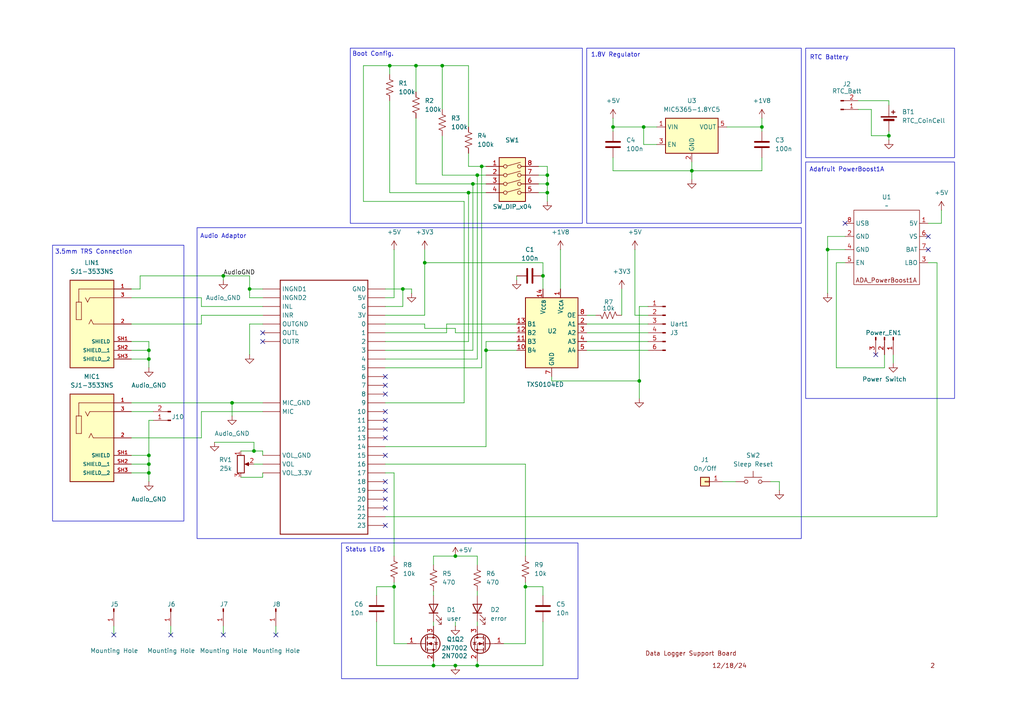
<source format=kicad_sch>
(kicad_sch (version 20250114) (generator "eeschema") (generator_version "9.0")
  (paper "A4")
  (lib_symbols
    (symbol "Audio:SJ1-3533NS" (pin_names (offset 1.016))
      (property "Reference" "J" (at -7.7005 10.9756 0))
      (property "Value" "SJ1-3533NS" (at -7.6873 -17.8265 0))
      (symbol "SJ1-3533NS_0_0"
        (pin passive line (at 10.16 7.62 180) (length 5.08) (name "~") (number "1"))
        (pin passive line (at 10.16 5.08 180) (length 5.08) (name "~") (number "3"))
        (pin passive line (at 10.16 -2.54 180) (length 5.08) (name "~") (number "2"))
        (pin passive line (at 10.16 -7.62 180) (length 5.08) (name "SHIELD") (number "SH1"))
        (pin passive line (at 10.16 -10.16 180) (length 5.08) (name "SHIELD__1") (number "SH2"))
        (pin passive line (at 10.16 -12.7 180) (length 5.08) (name "SHIELD__2") (number "SH3"))
      )
    )
    (symbol "Connector:Conn_01x01_Pin" (pin_names (offset 1.016) (hide yes))
      (property "Reference" "J" (at 0 2.54 0))
      (property "Value" "Conn_01x01_Pin" (at 0 -2.54 0))
      (symbol "Conn_01x01_Pin_1_1"
        (pin passive line (at 5.08 0 180) (length 3.81) (name "Pin_1") (number "1"))
      )
    )
    (symbol "Connector:Conn_01x02_Pin" (pin_names (offset 1.016) (hide yes))
      (property "Reference" "J" (at 0 2.54 0))
      (property "Value" "Conn_01x02_Pin" (at 0 -5.08 0))
      (symbol "Conn_01x02_Pin_1_1"
        (pin passive line (at 5.08 0 180) (length 3.81) (name "Pin_1") (number "1"))
        (pin passive line (at 5.08 -2.54 180) (length 3.81) (name "Pin_2") (number "2"))
      )
    )
    (symbol "Connector:Conn_01x03_Pin" (pin_names (offset 1.016) (hide yes))
      (property "Reference" "J" (at 0 5.08 0))
      (property "Value" "Conn_01x03_Pin" (at 0 -5.08 0))
      (symbol "Conn_01x03_Pin_1_1"
        (pin passive line (at 5.08 2.54 180) (length 3.81) (name "Pin_1") (number "1"))
        (pin passive line (at 5.08 0 180) (length 3.81) (name "Pin_2") (number "2"))
        (pin passive line (at 5.08 -2.54 180) (length 3.81) (name "Pin_3") (number "3"))
      )
    )
    (symbol "Connector:Conn_01x06_Pin" (pin_names (offset 1.016) (hide yes))
      (property "Reference" "J" (at 0 7.62 0))
      (property "Value" "Conn_01x06_Pin" (at 0 -10.16 0))
      (symbol "Conn_01x06_Pin_1_1"
        (pin passive line (at 5.08 5.08 180) (length 3.81) (name "Pin_1") (number "1"))
        (pin passive line (at 5.08 2.54 180) (length 3.81) (name "Pin_2") (number "2"))
        (pin passive line (at 5.08 0 180) (length 3.81) (name "Pin_3") (number "3"))
        (pin passive line (at 5.08 -2.54 180) (length 3.81) (name "Pin_4") (number "4"))
        (pin passive line (at 5.08 -5.08 180) (length 3.81) (name "Pin_5") (number "5"))
        (pin passive line (at 5.08 -7.62 180) (length 3.81) (name "Pin_6") (number "6"))
      )
    )
    (symbol "Connector_Generic:Conn_01x01" (pin_names (offset 1.016) (hide yes))
      (property "Reference" "J" (at 0 2.54 0))
      (property "Value" "Conn_01x01" (at 0 -2.54 0))
      (symbol "Conn_01x01_1_1"
        (pin passive line (at -5.08 0 0) (length 3.81) (name "Pin_1") (number "1"))
      )
    )
    (symbol "Dev_Boards:AUDIOSHIELD"
      (symbol "AUDIOSHIELD_1_0"
        (pin bidirectional line (at -17.78 35.56 0) (length 5.08) (name "GND") (number "GND"))
        (pin bidirectional line (at -17.78 33.02 0) (length 5.08) (name "5V") (number "5V"))
        (pin bidirectional line (at -17.78 30.48 0) (length 5.08) (name "G") (number "G"))
        (pin bidirectional line (at -17.78 27.94 0) (length 5.08) (name "3V") (number "3V"))
        (pin bidirectional line (at -17.78 25.4 0) (length 5.08) (name "0") (number "0"))
        (pin bidirectional line (at -17.78 22.86 0) (length 5.08) (name "1") (number "1"))
        (pin bidirectional line (at -17.78 20.32 0) (length 5.08) (name "2") (number "2"))
        (pin bidirectional line (at -17.78 17.78 0) (length 5.08) (name "3") (number "3"))
        (pin bidirectional line (at -17.78 15.24 0) (length 5.08) (name "4") (number "4"))
        (pin bidirectional line (at -17.78 12.7 0) (length 5.08) (name "5") (number "5"))
        (pin bidirectional line (at -17.78 10.16 0) (length 5.08) (name "6") (number "6"))
        (pin bidirectional line (at -17.78 7.62 0) (length 5.08) (name "7") (number "7"))
        (pin bidirectional line (at -17.78 5.08 0) (length 5.08) (name "8") (number "8"))
        (pin bidirectional line (at -17.78 2.54 0) (length 5.08) (name "9") (number "9"))
        (pin bidirectional line (at -17.78 0 0) (length 5.08) (name "10") (number "10"))
        (pin bidirectional line (at -17.78 -2.54 0) (length 5.08) (name "11") (number "11"))
        (pin bidirectional line (at -17.78 -5.08 0) (length 5.08) (name "12") (number "12"))
        (pin bidirectional line (at -17.78 -7.62 0) (length 5.08) (name "13") (number "13"))
        (pin bidirectional line (at -17.78 -10.16 0) (length 5.08) (name "14") (number "14"))
        (pin bidirectional line (at -17.78 -12.7 0) (length 5.08) (name "15") (number "15"))
        (pin bidirectional line (at -17.78 -15.24 0) (length 5.08) (name "16") (number "16"))
        (pin bidirectional line (at -17.78 -17.78 0) (length 5.08) (name "17") (number "17"))
        (pin bidirectional line (at -17.78 -20.32 0) (length 5.08) (name "18") (number "18"))
        (pin bidirectional line (at -17.78 -22.86 0) (length 5.08) (name "19") (number "19"))
        (pin bidirectional line (at -17.78 -25.4 0) (length 5.08) (name "20") (number "20"))
        (pin bidirectional line (at -17.78 -27.94 0) (length 5.08) (name "21") (number "21"))
        (pin bidirectional line (at -17.78 -30.48 0) (length 5.08) (name "22") (number "22"))
        (pin bidirectional line (at -17.78 -33.02 0) (length 5.08) (name "23") (number "23"))
        (pin bidirectional line (at 17.78 35.56 180) (length 5.08) (name "INGND1") (number "INGND1"))
        (pin bidirectional line (at 17.78 33.02 180) (length 5.08) (name "INGND2") (number "INGND2"))
        (pin input line (at 17.78 30.48 180) (length 5.08) (name "INL") (number "INL"))
        (pin input line (at 17.78 27.94 180) (length 5.08) (name "INR") (number "INR"))
        (pin bidirectional line (at 17.78 25.4 180) (length 5.08) (name "OUTGND") (number "OUTGND"))
        (pin output line (at 17.78 22.86 180) (length 5.08) (name "OUTL") (number "OUTL"))
        (pin output line (at 17.78 20.32 180) (length 5.08) (name "OUTR") (number "OUTR"))
        (pin bidirectional line (at 17.78 2.54 180) (length 5.08) (name "MIC_GND") (number "GND_MIC"))
        (pin input line (at 17.78 0 180) (length 5.08) (name "MIC") (number "MIC"))
        (pin bidirectional line (at 17.78 -12.7 180) (length 5.08) (name "VOL_GND") (number "VOL_GND"))
        (pin input line (at 17.78 -15.24 180) (length 5.08) (name "VOL") (number "VOL"))
        (pin bidirectional line (at 17.78 -17.78 180) (length 5.08) (name "VOL_3.3V") (number "VOL_3.3V"))
      )
    )
    (symbol "Dev_Boards:Ada_PWRboost1A"
      (property "Reference" "U" (at 1.016 8.89 0))
      (symbol "Ada_PWRboost1A_1_1"
        (text "ADA_PowerBoost1A" (at 1.778 -12.7 0) (effects (font (size 1.27 1.27))))
        (pin power_in line (at -10.16 3.81 0) (length 2.54) (name "USB") (number "8"))
        (pin power_in line (at -10.16 0 0) (length 2.54) (name "GND") (number "2"))
        (pin power_in line (at -10.16 -3.81 0) (length 2.54) (name "GND") (number "4"))
        (pin input line (at -10.16 -7.62 0) (length 2.54) (name "EN") (number "5"))
        (pin power_out line (at 13.97 3.81 180) (length 2.54) (name "5V") (number "1"))
        (pin power_out line (at 13.97 0 180) (length 2.54) (name "VS") (number "6"))
        (pin power_out line (at 13.97 -3.81 180) (length 2.54) (name "BAT") (number "7"))
        (pin output line (at 13.97 -7.62 180) (length 2.54) (name "LBO") (number "3"))
      )
    )
    (symbol "Device:Battery_Cell" (pin_numbers (hide yes)) (pin_names (offset 0) (hide yes))
      (property "Reference" "BT" (at 2.54 2.54 0))
      (property "Value" "Battery_Cell" (at 2.54 0 0))
      (symbol "Battery_Cell_1_1"
        (pin passive line (at 0 5.08 270) (length 2.54) (name "+") (number "1"))
        (pin passive line (at 0 -2.54 90) (length 2.54) (name "-") (number "2"))
      )
    )
    (symbol "Device:C" (pin_numbers (hide yes)) (pin_names (offset 0.254))
      (property "Reference" "C" (at 0.635 2.54 0))
      (property "Value" "C" (at 0.635 -2.54 0))
      (symbol "C_1_1"
        (pin passive line (at 0 3.81 270) (length 2.794) (name "~") (number "1"))
        (pin passive line (at 0 -3.81 90) (length 2.794) (name "~") (number "2"))
      )
    )
    (symbol "Device:LED" (pin_numbers (hide yes)) (pin_names (offset 1.016) (hide yes))
      (property "Reference" "D" (at 0 2.54 0))
      (property "Value" "LED" (at 0 -2.54 0))
      (symbol "LED_1_1"
        (pin passive line (at -3.81 0 0) (length 2.54) (name "K") (number "1"))
        (pin passive line (at 3.81 0 180) (length 2.54) (name "A") (number "2"))
      )
    )
    (symbol "Device:R_Potentiometer" (pin_names (offset 1.016) (hide yes))
      (property "Reference" "RV" (at -4.445 0 90))
      (property "Value" "R_Potentiometer" (at -2.54 0 90))
      (symbol "R_Potentiometer_1_1"
        (pin passive line (at 0 3.81 270) (length 1.27) (name "1") (number "1"))
        (pin passive line (at 0 -3.81 90) (length 1.27) (name "3") (number "3"))
        (pin passive line (at 3.81 0 180) (length 1.27) (name "2") (number "2"))
      )
    )
    (symbol "Device:R_US" (pin_numbers (hide yes)) (pin_names (offset 0))
      (property "Reference" "R" (at 2.54 0 90))
      (property "Value" "R_US" (at -2.54 0 90))
      (symbol "R_US_1_1"
        (pin passive line (at 0 3.81 270) (length 1.27) (name "~") (number "1"))
        (pin passive line (at 0 -3.81 90) (length 1.27) (name "~") (number "2"))
      )
    )
    (symbol "Logic_LevelTranslator:TXS0104ED"
      (property "Reference" "U" (at -7.62 11.43 0))
      (property "Value" "TXS0104ED" (at 3.81 11.43 0))
      (symbol "TXS0104ED_1_0"
        (pin no_connect line (at -7.62 -7.62 0) (length 2.54) (hide yes) (name "NC") (number "6"))
        (pin no_connect line (at 7.62 -7.62 180) (length 2.54) (hide yes) (name "NC") (number "9"))
      )
      (symbol "TXS0104ED_1_1"
        (pin input line (at -10.16 5.08 0) (length 2.54) (name "OE") (number "8"))
        (pin bidirectional line (at -10.16 2.54 0) (length 2.54) (name "A1") (number "2"))
        (pin bidirectional line (at -10.16 0 0) (length 2.54) (name "A2") (number "3"))
        (pin bidirectional line (at -10.16 -2.54 0) (length 2.54) (name "A3") (number "4"))
        (pin bidirectional line (at -10.16 -5.08 0) (length 2.54) (name "A4") (number "5"))
        (pin power_in line (at -2.54 12.7 270) (length 2.54) (name "V_{CCA}") (number "1"))
        (pin power_in line (at 0 -12.7 90) (length 2.54) (name "GND") (number "7"))
        (pin power_in line (at 2.54 12.7 270) (length 2.54) (name "V_{CCB}") (number "14"))
        (pin bidirectional line (at 10.16 2.54 180) (length 2.54) (name "B1") (number "13"))
        (pin bidirectional line (at 10.16 0 180) (length 2.54) (name "B2") (number "12"))
        (pin bidirectional line (at 10.16 -2.54 180) (length 2.54) (name "B3") (number "11"))
        (pin bidirectional line (at 10.16 -5.08 180) (length 2.54) (name "B4") (number "10"))
      )
    )
    (symbol "Regulator_Linear:MIC5365-3.3YC5"
      (property "Reference" "U" (at -6.35 6.35 0))
      (property "Value" "MIC5365-3.3YC5" (at 0 6.35 0))
      (symbol "MIC5365-3.3YC5_1_1"
        (pin power_in line (at -10.16 2.54 0) (length 2.54) (name "VIN") (number "1"))
        (pin input line (at -10.16 -2.54 0) (length 2.54) (name "EN") (number "3"))
        (pin power_in line (at 0 -7.62 90) (length 2.54) (name "GND") (number "2"))
        (pin no_connect line (at 7.62 -2.54 180) (length 2.54) (hide yes) (name "NC") (number "4"))
        (pin power_out line (at 10.16 2.54 180) (length 2.54) (name "VOUT") (number "5"))
      )
    )
    (symbol "Switch:SW_DIP_x04" (pin_names (offset 0) (hide yes))
      (property "Reference" "SW" (at 0 8.89 0))
      (property "Value" "SW_DIP_x04" (at 0 -6.35 0))
      (symbol "SW_DIP_x04_1_1"
        (pin passive line (at -7.62 5.08 0) (length 5.08) (name "~") (number "1"))
        (pin passive line (at -7.62 2.54 0) (length 5.08) (name "~") (number "2"))
        (pin passive line (at -7.62 0 0) (length 5.08) (name "~") (number "3"))
        (pin passive line (at -7.62 -2.54 0) (length 5.08) (name "~") (number "4"))
        (pin passive line (at 7.62 5.08 180) (length 5.08) (name "~") (number "8"))
        (pin passive line (at 7.62 2.54 180) (length 5.08) (name "~") (number "7"))
        (pin passive line (at 7.62 0 180) (length 5.08) (name "~") (number "6"))
        (pin passive line (at 7.62 -2.54 180) (length 5.08) (name "~") (number "5"))
      )
    )
    (symbol "Switch:SW_Push" (pin_numbers (hide yes)) (pin_names (offset 1.016) (hide yes))
      (property "Reference" "SW" (at 1.27 2.54 0))
      (property "Value" "SW_Push" (at 0 -1.524 0))
      (symbol "SW_Push_0_1"
        (pin passive line (at -5.08 0 0) (length 2.54) (name "1") (number "1"))
        (pin passive line (at 5.08 0 180) (length 2.54) (name "2") (number "2"))
      )
    )
    (symbol "Transistor_FET:2N7002" (pin_names (hide yes))
      (property "Reference" "Q" (at 5.08 1.905 0))
      (property "Value" "2N7002" (at 5.08 0 0))
      (symbol "2N7002_1_1"
        (pin input line (at -5.08 0 0) (length 2.54) (name "G") (number "1"))
        (pin passive line (at 2.54 5.08 270) (length 2.54) (name "D") (number "3"))
        (pin passive line (at 2.54 -5.08 90) (length 2.54) (name "S") (number "2"))
      )
    )
    (symbol "power:+1V8" (power) (pin_numbers (hide yes)) (pin_names (offset 0) (hide yes))
      (property "Value" "+1V8" (at 0 3.556 0))
      (symbol "+1V8_1_1"
        (pin power_in line (at 0 0 90) (length 0) (name "~") (number "1"))
      )
    )
    (symbol "power:+3V3" (power) (pin_numbers (hide yes)) (pin_names (offset 0) (hide yes))
      (property "Value" "+3V3" (at 0 3.556 0))
      (symbol "+3V3_1_1"
        (pin power_in line (at 0 0 90) (length 0) (name "~") (number "1"))
      )
    )
    (symbol "power:+5V" (power) (pin_numbers (hide yes)) (pin_names (offset 0) (hide yes))
      (property "Value" "+5V" (at 0 3.556 0))
      (symbol "+5V_1_1"
        (pin power_in line (at 0 0 90) (length 0) (name "~") (number "1"))
      )
    )
    (symbol "power:GND" (power) (pin_numbers (hide yes)) (pin_names (offset 0) (hide yes))
      (property "Value" "GND" (at 0 -3.81 0))
      (symbol "GND_1_1"
        (pin power_in line (at 0 0 270) (length 0) (name "~") (number "1"))
      )
    )
    (symbol "power:GND1" (power) (pin_numbers (hide yes)) (pin_names (offset 0) (hide yes))
      (property "Value" "GND1" (at 0 -3.81 0))
      (symbol "GND1_1_1"
        (pin power_in line (at 0 0 270) (length 0) (name "~") (number "1"))
      )
    )
  )
  (rectangle (start 99.06 157.48) (end 167.64 196.85))
  (rectangle (start 233.68 13.97) (end 276.86 45.72))
  (rectangle (start 170.18 13.97) (end 232.41 64.77))
  (rectangle (start 57.15 66.04) (end 232.41 156.21))
  (rectangle (start 233.68 46.99) (end 276.86 115.57))
  (rectangle (start 15.24 71.12) (end 53.34 151.13))
  (rectangle (start 101.6 13.97) (end 168.91 64.77))
  (text "Status LEDs" (at 105.918 159.512 0) (effects (font (size 1.27 1.27))))
  (text "3.5mm TRS Connection\n" (at 27.178 73.152 0) (effects (font (size 1.27 1.27))))
  (text "12/18/24" (at 211.582 193.294 0) (effects (font (size 1.27 1.27))))
  (text "Adafruit PowerBoost1A" (at 245.618 49.276 0) (effects (font (size 1.27 1.27))))
  (text "RTC Battery" (at 240.538 16.764 0) (effects (font (size 1.27 1.27))))
  (text "Audio Adaptor\n" (at 64.77 68.58 0) (effects (font (size 1.27 1.27))))
  (text "Boot Config." (at 108.204 15.748 0) (effects (font (size 1.27 1.27))))
  (text "1.8V Regulator" (at 178.562 16.002 0) (effects (font (size 1.27 1.27))))
  (text "2\n" (at 270.51 193.294 0) (effects (font (size 1.27 1.27))))
  (text "Data Logger Support Board" (at 200.406 189.738 0) (effects (font (size 1.27 1.27))))
  (junction (at 158.75 53.34))
  (junction (at 257.81 39.37))
  (junction (at 158.75 50.8))
  (junction (at 120.65 19.05))
  (junction (at 116.84 83.82))
  (junction (at 73.66 130.81))
  (junction (at 67.31 116.84))
  (junction (at 132.08 193.04))
  (junction (at 138.43 50.8))
  (junction (at 123.19 76.2))
  (junction (at 240.03 72.39))
  (junction (at 64.77 80.01))
  (junction (at 220.98 36.83))
  (junction (at 113.03 19.05))
  (junction (at 158.75 55.88))
  (junction (at 43.18 101.6))
  (junction (at 137.16 53.34))
  (junction (at 200.66 49.53))
  (junction (at 132.08 161.29))
  (junction (at 139.7 48.26))
  (junction (at 43.18 132.08))
  (junction (at 43.18 134.62))
  (junction (at 72.39 83.82))
  (junction (at 185.42 110.49))
  (junction (at 177.8 36.83))
  (junction (at 43.18 137.16))
  (junction (at 186.69 36.83))
  (junction (at 128.27 19.05))
  (junction (at 138.43 193.04))
  (junction (at 114.3 170.18))
  (junction (at 135.89 55.88))
  (junction (at 157.48 80.01))
  (junction (at 152.4 170.18))
  (junction (at 125.73 193.04))
  (junction (at 140.97 101.6))
  (junction (at 43.18 104.14))
  (no_connect (at 76.2 96.52))
  (no_connect (at 111.76 144.78))
  (no_connect (at 269.24 68.58))
  (no_connect (at 269.24 72.39))
  (no_connect (at 245.11 64.77))
  (no_connect (at 111.76 127))
  (no_connect (at 33.02 184.15))
  (no_connect (at 111.76 147.32))
  (no_connect (at 111.76 111.76))
  (no_connect (at 49.53 184.15))
  (no_connect (at 111.76 142.24))
  (no_connect (at 111.76 124.46))
  (no_connect (at 64.77 184.15))
  (no_connect (at 111.76 152.4))
  (no_connect (at 111.76 132.08))
  (no_connect (at 111.76 109.22))
  (no_connect (at 111.76 121.92))
  (no_connect (at 76.2 99.06))
  (no_connect (at 111.76 119.38))
  (no_connect (at 80.01 184.15))
  (no_connect (at 111.76 139.7))
  (no_connect (at 111.76 114.3))
  (no_connect (at 254 102.87))
  (wire (pts (xy 137.16 53.34) (xy 140.97 53.34)))
  (wire (pts (xy 156.21 50.8) (xy 158.75 50.8)))
  (wire (pts (xy 220.98 34.29) (xy 220.98 36.83)))
  (wire (pts (xy 140.97 99.06) (xy 149.86 99.06)))
  (wire (pts (xy 72.39 80.01) (xy 72.39 83.82)))
  (wire (pts (xy 158.75 53.34) (xy 158.75 55.88)))
  (wire (pts (xy 132.08 180.34) (xy 132.08 181.61)))
  (wire (pts (xy 186.69 36.83) (xy 177.8 36.83)))
  (wire (pts (xy 135.89 55.88) (xy 140.97 55.88)))
  (wire (pts (xy 111.76 96.52) (xy 129.54 96.52)))
  (wire (pts (xy 257.81 29.21) (xy 257.81 30.48)))
  (wire (pts (xy 116.84 88.9) (xy 116.84 83.82)))
  (wire (pts (xy 116.84 83.82) (xy 119.38 83.82)))
  (wire (pts (xy 111.76 137.16) (xy 114.3 137.16)))
  (wire (pts (xy 38.1 134.62) (xy 43.18 134.62)))
  (wire (pts (xy 210.82 36.83) (xy 220.98 36.83)))
  (wire (pts (xy 269.24 64.77) (xy 273.05 64.77)))
  (wire (pts (xy 111.76 101.6) (xy 137.16 101.6)))
  (wire (pts (xy 43.18 137.16) (xy 43.18 139.7)))
  (wire (pts (xy 138.43 193.04) (xy 157.48 193.04)))
  (wire (pts (xy 269.24 76.2) (xy 271.78 76.2)))
  (wire (pts (xy 62.23 128.27) (xy 73.66 128.27)))
  (wire (pts (xy 245.11 68.58) (xy 240.03 68.58)))
  (wire (pts (xy 120.65 53.34) (xy 137.16 53.34)))
  (wire (pts (xy 72.39 83.82) (xy 72.39 86.36)))
  (wire (pts (xy 185.42 88.9) (xy 185.42 110.49)))
  (wire (pts (xy 114.3 170.18) (xy 114.3 186.69)))
  (wire (pts (xy 138.43 161.29) (xy 138.43 163.83)))
  (wire (pts (xy 259.08 102.87) (xy 259.08 105.41)))
  (wire (pts (xy 209.55 139.7) (xy 213.36 139.7)))
  (wire (pts (xy 58.42 127) (xy 58.42 119.38)))
  (wire (pts (xy 157.48 180.34) (xy 157.48 193.04)))
  (wire (pts (xy 111.76 86.36) (xy 114.3 86.36)))
  (wire (pts (xy 73.66 130.81) (xy 76.2 130.81)))
  (wire (pts (xy 139.7 48.26) (xy 139.7 106.68)))
  (wire (pts (xy 123.19 76.2) (xy 157.48 76.2)))
  (wire (pts (xy 125.73 193.04) (xy 132.08 193.04)))
  (wire (pts (xy 200.66 49.53) (xy 220.98 49.53)))
  (wire (pts (xy 158.75 50.8) (xy 158.75 53.34)))
  (wire (pts (xy 149.86 80.01) (xy 149.86 81.28)))
  (wire (pts (xy 76.2 93.98) (xy 72.39 93.98)))
  (wire (pts (xy 113.03 19.05) (xy 120.65 19.05)))
  (wire (pts (xy 38.1 101.6) (xy 43.18 101.6)))
  (wire (pts (xy 67.31 116.84) (xy 76.2 116.84)))
  (wire (pts (xy 220.98 49.53) (xy 220.98 45.72)))
  (wire (pts (xy 109.22 180.34) (xy 109.22 193.04)))
  (wire (pts (xy 72.39 93.98) (xy 72.39 102.87)))
  (wire (pts (xy 38.1 119.38) (xy 44.45 119.38)))
  (wire (pts (xy 73.66 134.62) (xy 76.2 134.62)))
  (wire (pts (xy 111.76 91.44) (xy 123.19 91.44)))
  (wire (pts (xy 58.42 119.38) (xy 76.2 119.38)))
  (wire (pts (xy 177.8 49.53) (xy 200.66 49.53)))
  (wire (pts (xy 156.21 48.26) (xy 158.75 48.26)))
  (wire (pts (xy 38.1 83.82) (xy 40.64 83.82)))
  (wire (pts (xy 157.48 172.72) (xy 157.48 170.18)))
  (wire (pts (xy 111.76 106.68) (xy 139.7 106.68)))
  (wire (pts (xy 105.41 19.05) (xy 113.03 19.05)))
  (wire (pts (xy 152.4 170.18) (xy 157.48 170.18)))
  (wire (pts (xy 43.18 134.62) (xy 43.18 137.16)))
  (wire (pts (xy 111.76 134.62) (xy 152.4 134.62)))
  (wire (pts (xy 177.8 34.29) (xy 177.8 36.83)))
  (wire (pts (xy 242.57 76.2) (xy 242.57 106.68)))
  (wire (pts (xy 111.76 104.14) (xy 138.43 104.14)))
  (wire (pts (xy 111.76 99.06) (xy 135.89 99.06)))
  (wire (pts (xy 67.31 116.84) (xy 67.31 120.65)))
  (wire (pts (xy 139.7 48.26) (xy 140.97 48.26)))
  (wire (pts (xy 128.27 50.8) (xy 138.43 50.8)))
  (wire (pts (xy 123.19 93.98) (xy 123.19 95.25)))
  (wire (pts (xy 138.43 50.8) (xy 140.97 50.8)))
  (wire (pts (xy 242.57 106.68) (xy 256.54 106.68)))
  (wire (pts (xy 125.73 161.29) (xy 125.73 163.83)))
  (wire (pts (xy 257.81 38.1) (xy 257.81 39.37)))
  (wire (pts (xy 170.18 99.06) (xy 187.96 99.06)))
  (wire (pts (xy 157.48 80.01) (xy 157.48 76.2)))
  (wire (pts (xy 43.18 104.14) (xy 43.18 106.68)))
  (wire (pts (xy 132.08 193.04) (xy 138.43 193.04)))
  (wire (pts (xy 157.48 80.01) (xy 157.48 83.82)))
  (wire (pts (xy 248.92 31.75) (xy 252.73 31.75)))
  (wire (pts (xy 177.8 36.83) (xy 177.8 38.1)))
  (wire (pts (xy 114.3 86.36) (xy 114.3 72.39)))
  (wire (pts (xy 40.64 80.01) (xy 64.77 80.01)))
  (wire (pts (xy 271.78 149.86) (xy 111.76 149.86)))
  (wire (pts (xy 114.3 168.91) (xy 114.3 170.18)))
  (wire (pts (xy 125.73 191.77) (xy 125.73 193.04)))
  (wire (pts (xy 33.02 181.61) (xy 33.02 184.15)))
  (wire (pts (xy 200.66 46.99) (xy 200.66 49.53)))
  (wire (pts (xy 132.08 161.29) (xy 138.43 161.29)))
  (wire (pts (xy 158.75 48.26) (xy 158.75 50.8)))
  (wire (pts (xy 257.81 39.37) (xy 257.81 40.64)))
  (wire (pts (xy 113.03 55.88) (xy 135.89 55.88)))
  (wire (pts (xy 187.96 91.44) (xy 184.15 91.44)))
  (wire (pts (xy 111.76 83.82) (xy 116.84 83.82)))
  (wire (pts (xy 111.76 116.84) (xy 134.62 116.84)))
  (wire (pts (xy 119.38 83.82) (xy 119.38 85.09)))
  (wire (pts (xy 152.4 168.91) (xy 152.4 170.18)))
  (wire (pts (xy 256.54 106.68) (xy 256.54 102.87)))
  (wire (pts (xy 170.18 101.6) (xy 187.96 101.6)))
  (wire (pts (xy 111.76 93.98) (xy 123.19 93.98)))
  (wire (pts (xy 118.11 186.69) (xy 114.3 186.69)))
  (wire (pts (xy 160.02 110.49) (xy 185.42 110.49)))
  (wire (pts (xy 248.92 29.21) (xy 257.81 29.21)))
  (wire (pts (xy 200.66 49.53) (xy 200.66 52.07)))
  (wire (pts (xy 76.2 86.36) (xy 72.39 86.36)))
  (wire (pts (xy 134.62 58.42) (xy 134.62 116.84)))
  (wire (pts (xy 190.5 36.83) (xy 186.69 36.83)))
  (wire (pts (xy 177.8 45.72) (xy 177.8 49.53)))
  (wire (pts (xy 40.64 83.82) (xy 40.64 80.01)))
  (wire (pts (xy 64.77 81.28) (xy 64.77 80.01)))
  (wire (pts (xy 69.85 130.81) (xy 73.66 130.81)))
  (wire (pts (xy 123.19 95.25) (xy 132.08 95.25)))
  (wire (pts (xy 135.89 55.88) (xy 135.89 99.06)))
  (wire (pts (xy 220.98 36.83) (xy 220.98 38.1)))
  (wire (pts (xy 223.52 139.7) (xy 226.06 139.7)))
  (wire (pts (xy 190.5 41.91) (xy 186.69 41.91)))
  (wire (pts (xy 132.08 96.52) (xy 149.86 96.52)))
  (wire (pts (xy 64.77 181.61) (xy 64.77 184.15)))
  (wire (pts (xy 185.42 110.49) (xy 185.42 115.57)))
  (wire (pts (xy 69.85 138.43) (xy 76.2 138.43)))
  (wire (pts (xy 64.77 80.01) (xy 72.39 80.01)))
  (wire (pts (xy 38.1 93.98) (xy 58.42 93.98)))
  (wire (pts (xy 158.75 55.88) (xy 158.75 58.42)))
  (wire (pts (xy 109.22 170.18) (xy 114.3 170.18)))
  (wire (pts (xy 43.18 121.92) (xy 43.18 132.08)))
  (wire (pts (xy 111.76 88.9) (xy 116.84 88.9)))
  (wire (pts (xy 170.18 96.52) (xy 187.96 96.52)))
  (wire (pts (xy 38.1 116.84) (xy 67.31 116.84)))
  (wire (pts (xy 109.22 172.72) (xy 109.22 170.18)))
  (wire (pts (xy 135.89 48.26) (xy 139.7 48.26)))
  (wire (pts (xy 180.34 83.82) (xy 180.34 91.44)))
  (wire (pts (xy 129.54 93.98) (xy 129.54 96.52)))
  (wire (pts (xy 135.89 19.05) (xy 135.89 36.83)))
  (wire (pts (xy 128.27 50.8) (xy 128.27 39.37)))
  (wire (pts (xy 170.18 91.44) (xy 172.72 91.44)))
  (wire (pts (xy 138.43 191.77) (xy 138.43 193.04)))
  (wire (pts (xy 140.97 99.06) (xy 140.97 101.6)))
  (wire (pts (xy 140.97 101.6) (xy 140.97 129.54)))
  (wire (pts (xy 58.42 88.9) (xy 76.2 88.9)))
  (wire (pts (xy 128.27 19.05) (xy 135.89 19.05)))
  (wire (pts (xy 273.05 60.96) (xy 273.05 64.77)))
  (wire (pts (xy 76.2 130.81) (xy 76.2 132.08)))
  (wire (pts (xy 38.1 137.16) (xy 43.18 137.16)))
  (wire (pts (xy 125.73 161.29) (xy 132.08 161.29)))
  (wire (pts (xy 138.43 180.34) (xy 138.43 181.61)))
  (wire (pts (xy 113.03 55.88) (xy 113.03 29.21)))
  (wire (pts (xy 226.06 139.7) (xy 226.06 142.24)))
  (wire (pts (xy 58.42 93.98) (xy 58.42 91.44)))
  (wire (pts (xy 140.97 101.6) (xy 149.86 101.6)))
  (wire (pts (xy 156.21 55.88) (xy 158.75 55.88)))
  (wire (pts (xy 73.66 128.27) (xy 73.66 130.81)))
  (wire (pts (xy 125.73 180.34) (xy 125.73 181.61)))
  (wire (pts (xy 128.27 19.05) (xy 128.27 31.75)))
  (wire (pts (xy 58.42 88.9) (xy 58.42 86.36)))
  (wire (pts (xy 113.03 21.59) (xy 113.03 19.05)))
  (wire (pts (xy 38.1 104.14) (xy 43.18 104.14)))
  (wire (pts (xy 134.62 58.42) (xy 105.41 58.42)))
  (wire (pts (xy 252.73 39.37) (xy 257.81 39.37)))
  (wire (pts (xy 125.73 171.45) (xy 125.73 172.72)))
  (wire (pts (xy 114.3 137.16) (xy 114.3 161.29)))
  (wire (pts (xy 120.65 19.05) (xy 120.65 26.67)))
  (wire (pts (xy 187.96 88.9) (xy 185.42 88.9)))
  (wire (pts (xy 120.65 53.34) (xy 120.65 34.29)))
  (wire (pts (xy 240.03 68.58) (xy 240.03 72.39)))
  (wire (pts (xy 43.18 101.6) (xy 43.18 104.14)))
  (wire (pts (xy 120.65 19.05) (xy 128.27 19.05)))
  (wire (pts (xy 38.1 132.08) (xy 43.18 132.08)))
  (wire (pts (xy 252.73 31.75) (xy 252.73 39.37)))
  (wire (pts (xy 152.4 170.18) (xy 152.4 186.69)))
  (wire (pts (xy 137.16 53.34) (xy 137.16 101.6)))
  (wire (pts (xy 80.01 181.61) (xy 80.01 184.15)))
  (wire (pts (xy 186.69 41.91) (xy 186.69 36.83)))
  (wire (pts (xy 138.43 171.45) (xy 138.43 172.72)))
  (wire (pts (xy 123.19 76.2) (xy 123.19 91.44)))
  (wire (pts (xy 156.21 53.34) (xy 158.75 53.34)))
  (wire (pts (xy 38.1 99.06) (xy 43.18 99.06)))
  (wire (pts (xy 123.19 72.39) (xy 123.19 76.2)))
  (wire (pts (xy 242.57 76.2) (xy 245.11 76.2)))
  (wire (pts (xy 38.1 86.36) (xy 58.42 86.36)))
  (wire (pts (xy 184.15 91.44) (xy 184.15 72.39)))
  (wire (pts (xy 109.22 193.04) (xy 125.73 193.04)))
  (wire (pts (xy 138.43 50.8) (xy 138.43 104.14)))
  (wire (pts (xy 160.02 109.22) (xy 160.02 110.49)))
  (wire (pts (xy 76.2 138.43) (xy 76.2 137.16)))
  (wire (pts (xy 152.4 134.62) (xy 152.4 161.29)))
  (wire (pts (xy 271.78 76.2) (xy 271.78 149.86)))
  (wire (pts (xy 140.97 129.54) (xy 111.76 129.54)))
  (wire (pts (xy 132.08 95.25) (xy 132.08 96.52)))
  (wire (pts (xy 135.89 44.45) (xy 135.89 48.26)))
  (wire (pts (xy 152.4 186.69) (xy 146.05 186.69)))
  (wire (pts (xy 162.56 72.39) (xy 162.56 83.82)))
  (wire (pts (xy 43.18 132.08) (xy 43.18 134.62)))
  (wire (pts (xy 149.86 93.98) (xy 129.54 93.98)))
  (wire (pts (xy 38.1 127) (xy 58.42 127)))
  (wire (pts (xy 44.45 121.92) (xy 43.18 121.92)))
  (wire (pts (xy 76.2 83.82) (xy 72.39 83.82)))
  (wire (pts (xy 240.03 72.39) (xy 245.11 72.39)))
  (wire (pts (xy 43.18 99.06) (xy 43.18 101.6)))
  (wire (pts (xy 58.42 91.44) (xy 76.2 91.44)))
  (wire (pts (xy 240.03 72.39) (xy 240.03 85.09)))
  (wire (pts (xy 49.53 181.61) (xy 49.53 184.15)))
  (wire (pts (xy 105.41 58.42) (xy 105.41 19.05)))
  (wire (pts (xy 170.18 93.98) (xy 187.96 93.98)))
  (label "AudioGND" (at 64.77 80.01 0))
  (symbol (lib_id "power:GND") (at 257.81 40.64 0) (unit 1)
    (property "Reference" "#PWR01" (effects (hide yes)))
    (property "Value" "GND" (effects (hide yes)))
    (property "Description" "Power symbol creates a global label with name \"GND\" , ground" (effects (hide yes)))
  )
  (symbol (lib_id "power:GND1") (at 67.31 120.65 0) (unit 1)
    (property "Reference" "#PWR029" (effects (hide yes)))
    (property "Value" "Audio_GND" (at 67.31 125.73 0))
    (property "Description" "Power symbol creates a global label with name \"GND1\" , ground" (effects (hide yes)))
  )
  (symbol (lib_id "power:+5V") (at 273.05 60.96 0) (unit 1)
    (property "Reference" "#PWR08" (effects (hide yes)))
    (property "Value" "+5V" (at 273.05 55.88 0))
    (property "Description" "Power symbol creates a global label with name \"+5V\"" (effects (hide yes)))
  )
  (symbol (lib_id "power:+3V3") (at 123.19 72.39 0) (unit 1)
    (property "Reference" "#PWR07" (effects (hide yes)))
    (property "Value" "+3V3" (at 123.19 67.31 0))
    (property "Description" "Power symbol creates a global label with name \"+3V3\"" (effects (hide yes)))
  )
  (symbol (lib_id "power:GND") (at 132.08 181.61 0) (unit 1)
    (property "Reference" "#PWR013" (effects (hide yes)))
    (property "Value" "GND" (effects (hide yes)))
    (property "Description" "Power symbol creates a global label with name \"GND\" , ground" (effects (hide yes)))
  )
  (symbol (lib_id "Connector:Conn_01x02_Pin") (at 243.84 31.75 0) (mirror x) (unit 1) (in_bom no)
    (property "Reference" "J2" (at 245.618 24.384 0))
    (property "Value" "RTC_Batt" (at 245.618 26.416 0))
    (property "Footprint" "Connector_PinHeader_2.54mm:PinHeader_1x02_P2.54mm_Vertical" (effects (hide yes)))
    (property "Description" "Generic connector, single row, 01x02, script generated" (effects (hide yes)))
  )
  (symbol (lib_id "power:+5V") (at 132.08 161.29 0) (unit 1)
    (property "Reference" "#PWR031" (effects (hide yes)))
    (property "Value" "+5V" (at 134.874 159.512 0))
    (property "Description" "Power symbol creates a global label with name \"+5V\"" (effects (hide yes)))
  )
  (symbol (lib_id "Connector:Conn_01x01_Pin") (at 64.77 176.53 270) (unit 1)
    (property "Reference" "J7" (at 63.754 175.26 90) (effects (justify left)))
    (property "Value" "Mounting Hole" (at 57.912 188.722 90) (effects (justify left)))
    (property "Footprint" "MountingHole:MountingHole_3.2mm_M3_Pad_Via" (effects (hide yes)))
    (property "Description" "Generic connector, single row, 01x01, script generated" (effects (hide yes)))
  )
  (symbol (lib_id "power:+5V") (at 177.8 34.29 0) (unit 1)
    (property "Reference" "#PWR025" (effects (hide yes)))
    (property "Value" "+5V" (at 177.8 29.21 0))
    (property "Description" "Power symbol creates a global label with name \"+5V\"" (effects (hide yes)))
  )
  (symbol (lib_id "Device:R_US") (at 113.03 25.4 0) (unit 1)
    (property "Reference" "R1" (at 115.57 24.1299 0) (effects (justify left)))
    (property "Value" "100k" (at 115.57 26.6699 0) (effects (justify left)))
    (property "Footprint" "Resistor_SMD:R_0805_2012Metric_Pad1.20x1.40mm_HandSolder" (effects (hide yes)))
    (property "Description" "Resistor, US symbol" (effects (hide yes)))
  )
  (symbol (lib_id "power:+3V3") (at 180.34 83.82 0) (unit 1)
    (property "Reference" "#PWR011" (effects (hide yes)))
    (property "Value" "+3V3" (at 180.34 78.74 0))
    (property "Description" "Power symbol creates a global label with name \"+3V3\"" (effects (hide yes)))
  )
  (symbol (lib_id "Transistor_FET:2N7002") (at 140.97 186.69 0) (mirror y) (unit 1)
    (property "Reference" "Q2" (at 134.62 185.4199 0) (effects (justify left)))
    (property "Value" "2N7002" (at 135.636 187.96 0) (effects (justify left)))
    (property "Footprint" "Package_TO_SOT_SMD:SOT-23" (effects (hide yes)))
    (property "Datasheet" "https://www.onsemi.com/pub/Collateral/NDS7002A-D.PDF" (effects (hide yes)))
    (property "Description" "0.115A Id, 60V Vds, N-Channel MOSFET, SOT-23" (effects (hide yes)))
  )
  (symbol (lib_id "Device:C") (at 109.22 176.53 0) (mirror x) (unit 1)
    (property "Reference" "C6" (at 105.41 175.2599 0) (effects (justify right)))
    (property "Value" "10n" (at 105.41 177.7999 0) (effects (justify right)))
    (property "Footprint" "Capacitor_SMD:C_0805_2012Metric_Pad1.18x1.45mm_HandSolder" (effects (hide yes)))
    (property "Description" "Unpolarized capacitor" (effects (hide yes)))
  )
  (symbol (lib_id "Connector:Conn_01x06_Pin") (at 193.04 93.98 0) (mirror y) (unit 1)
    (property "Reference" "J3" (at 194.31 96.5201 0) (effects (justify right)))
    (property "Value" "Uart1" (at 194.31 93.9801 0) (effects (justify right)))
    (property "Footprint" "Connector_PinHeader_2.54mm:PinHeader_1x06_P2.54mm_Vertical" (effects (hide yes)))
    (property "Description" "Generic connector, single row, 01x06, script generated" (effects (hide yes)))
  )
  (symbol (lib_id "power:GND") (at 240.03 85.09 0) (unit 1)
    (property "Reference" "#PWR06" (effects (hide yes)))
    (property "Value" "GND" (effects (hide yes)))
    (property "Description" "Power symbol creates a global label with name \"GND\" , ground" (effects (hide yes)))
  )
  (symbol (lib_id "power:+1V8") (at 220.98 34.29 0) (unit 1)
    (property "Reference" "#PWR026" (effects (hide yes)))
    (property "Value" "+1V8" (at 220.98 29.21 0))
    (property "Description" "Power symbol creates a global label with name \"+1V8\"" (effects (hide yes)))
  )
  (symbol (lib_id "Audio:SJ1-3533NS") (at 27.94 91.44 0) (unit 1)
    (property "Reference" "LIN1" (at 26.67 76.2 0))
    (property "Value" "SJ1-3533NS" (at 26.67 78.74 0))
    (property "Footprint" "Connector_Audio:CUI_SJ1-3533NS" (effects (hide yes)))
    (property "PARTREV" "1.04" (effects (hide yes)))
    (property "STANDARD" "Manufacturer Recommendations" (effects (hide yes)))
    (property "MAXIMUM_PACKAGE_HEIGHT" "12.95mm" (effects (hide yes)))
    (property "MANUFACTURER" "CUI Devices" (effects (hide yes)))
  )
  (symbol (lib_id "power:GND") (at 226.06 142.24 0) (unit 1)
    (property "Reference" "#PWR020" (effects (hide yes)))
    (property "Value" "GND" (effects (hide yes)))
    (property "Description" "Power symbol creates a global label with name \"GND\" , ground" (effects (hide yes)))
  )
  (symbol (lib_id "Connector_Generic:Conn_01x01") (at 204.47 139.7 180) (unit 1)
    (property "Reference" "J1" (at 204.47 133.35 0))
    (property "Value" "On/Off" (at 204.47 135.89 0))
    (property "Footprint" "Connector_PinSocket_2.54mm:PinSocket_1x01_P2.54mm_Vertical" (effects (hide yes)))
    (property "Description" "Generic connector, single row, 01x01, script generated (kicad-library-utils/schlib/autogen/connector/)" (effects (hide yes)))
  )
  (symbol (lib_id "Connector:Conn_01x01_Pin") (at 49.53 176.53 270) (unit 1)
    (property "Reference" "J6" (at 48.514 175.26 90) (effects (justify left)))
    (property "Value" "Mounting Hole" (at 42.672 188.722 90) (effects (justify left)))
    (property "Footprint" "MountingHole:MountingHole_3.2mm_M3_Pad_Via" (effects (hide yes)))
    (property "Description" "Generic connector, single row, 01x01, script generated" (effects (hide yes)))
  )
  (symbol (lib_id "Device:LED") (at 138.43 176.53 90) (unit 1)
    (property "Reference" "D2" (at 142.24 176.8474 90) (effects (justify right)))
    (property "Value" "error" (at 142.24 179.3874 90) (effects (justify right)))
    (property "Footprint" "LED_SMD:LED_0805_2012Metric_Pad1.15x1.40mm_HandSolder" (effects (hide yes)))
    (property "Description" "Light emitting diode" (effects (hide yes)))
  )
  (symbol (lib_id "Device:R_US") (at 125.73 167.64 0) (unit 1)
    (property "Reference" "R5" (at 128.27 166.3699 0) (effects (justify left)))
    (property "Value" "470" (at 128.27 168.9099 0) (effects (justify left)))
    (property "Footprint" "Resistor_SMD:R_0805_2012Metric_Pad1.20x1.40mm_HandSolder" (effects (hide yes)))
    (property "Description" "Resistor, US symbol" (effects (hide yes)))
  )
  (symbol (lib_id "Device:R_US") (at 152.4 165.1 0) (unit 1)
    (property "Reference" "R9" (at 154.94 163.8299 0) (effects (justify left)))
    (property "Value" "10k" (at 154.94 166.3699 0) (effects (justify left)))
    (property "Footprint" "Resistor_SMD:R_0805_2012Metric_Pad1.20x1.40mm_HandSolder" (effects (hide yes)))
    (property "Description" "Resistor, US symbol" (effects (hide yes)))
  )
  (symbol (lib_id "Device:R_Potentiometer") (at 69.85 134.62 0) (unit 1)
    (property "Reference" "RV1" (at 67.31 133.3499 0) (effects (justify right)))
    (property "Value" "25k" (at 67.31 135.8899 0) (effects (justify right)))
    (property "Description" "Potentiometer" (effects (hide yes)))
  )
  (symbol (lib_id "Device:R_US") (at 114.3 165.1 0) (unit 1)
    (property "Reference" "R8" (at 116.84 163.8299 0) (effects (justify left)))
    (property "Value" "10k" (at 116.84 166.3699 0) (effects (justify left)))
    (property "Footprint" "Resistor_SMD:R_0805_2012Metric_Pad1.20x1.40mm_HandSolder" (effects (hide yes)))
    (property "Description" "Resistor, US symbol" (effects (hide yes)))
  )
  (symbol (lib_id "power:GND1") (at 43.18 106.68 0) (unit 1)
    (property "Reference" "#PWR033" (effects (hide yes)))
    (property "Value" "Audio_GND" (at 43.18 111.76 0))
    (property "Description" "Power symbol creates a global label with name \"GND1\" , ground" (effects (hide yes)))
  )
  (symbol (lib_id "Connector:Conn_01x02_Pin") (at 49.53 121.92 180) (unit 1)
    (property "Reference" "J10" (at 49.784 120.904 0) (effects (justify right)))
    (property "Value" "Conn_01x02_Pin" (effects (hide yes)))
    (property "Footprint" "Jumper:SolderJumper-2_P1.3mm_Open_RoundedPad1.0x1.5mm" (effects (hide yes)))
    (property "Description" "Generic connector, single row, 01x02, script generated" (effects (hide yes)))
  )
  (symbol (lib_id "Transistor_FET:2N7002") (at 123.19 186.69 0) (unit 1)
    (property "Reference" "Q1" (at 129.54 185.4199 0) (effects (justify left)))
    (property "Value" "2N7002" (at 128.016 190.246 0) (effects (justify left)))
    (property "Footprint" "Package_TO_SOT_SMD:SOT-23" (effects (hide yes)))
    (property "Datasheet" "https://www.onsemi.com/pub/Collateral/NDS7002A-D.PDF" (effects (hide yes)))
    (property "Description" "0.115A Id, 60V Vds, N-Channel MOSFET, SOT-23" (effects (hide yes)))
  )
  (symbol (lib_id "power:GND") (at 185.42 115.57 0) (unit 1)
    (property "Reference" "#PWR028" (effects (hide yes)))
    (property "Value" "GND" (effects (hide yes)))
    (property "Description" "Power symbol creates a global label with name \"GND\" , ground" (effects (hide yes)))
  )
  (symbol (lib_id "Device:Battery_Cell") (at 257.81 35.56 0) (unit 1)
    (property "Reference" "BT1" (at 261.62 32.4484 0) (effects (justify left)))
    (property "Value" "RTC_CoinCell" (at 261.62 34.9884 0) (effects (justify left)))
    (property "Footprint" "Battery:BatteryHolder_Keystone_3034_1x20mm" (effects (hide yes)))
    (property "Description" "Single-cell battery" (effects (hide yes)))
  )
  (symbol (lib_id "power:+5V") (at 114.3 72.39 0) (unit 1)
    (property "Reference" "#PWR09" (effects (hide yes)))
    (property "Value" "+5V" (at 114.3 67.31 0))
    (property "Description" "Power symbol creates a global label with name \"+5V\"" (effects (hide yes)))
  )
  (symbol (lib_id "Connector:Conn_01x01_Pin") (at 80.01 176.53 270) (unit 1)
    (property "Reference" "J8" (at 78.994 175.26 90) (effects (justify left)))
    (property "Value" "Mounting Hole" (at 73.152 188.722 90) (effects (justify left)))
    (property "Footprint" "MountingHole:MountingHole_3.2mm_M3_Pad_Via" (effects (hide yes)))
    (property "Description" "Generic connector, single row, 01x01, script generated" (effects (hide yes)))
  )
  (symbol (lib_id "Dev_Boards:AUDIOSHIELD") (at 93.98 119.38 0) (mirror y) (unit 1)
    (property "Reference" "T1" (effects (hide yes)))
    (property "Footprint" "Dev_boards:AUDIOSHIELD" (effects (hide yes)))
    (property "Description" "Teensy 3 Audioshield by PJRC.COM" (effects (hide yes)))
  )
  (symbol (lib_id "power:GND") (at 72.39 102.87 0) (unit 1)
    (property "Reference" "#PWR05" (effects (hide yes)))
    (property "Value" "GND" (effects (hide yes)))
    (property "Description" "Power symbol creates a global label with name \"GND\" , ground" (effects (hide yes)))
  )
  (symbol (lib_id "Device:R_US") (at 138.43 167.64 0) (unit 1)
    (property "Reference" "R6" (at 140.97 166.3699 0) (effects (justify left)))
    (property "Value" "470" (at 140.97 168.9099 0) (effects (justify left)))
    (property "Footprint" "Resistor_SMD:R_0805_2012Metric_Pad1.20x1.40mm_HandSolder" (effects (hide yes)))
    (property "Description" "Resistor, US symbol" (effects (hide yes)))
  )
  (symbol (lib_id "power:+5V") (at 184.15 72.39 0) (unit 1)
    (property "Reference" "#PWR010" (effects (hide yes)))
    (property "Value" "+5V" (at 184.15 67.31 0))
    (property "Description" "Power symbol creates a global label with name \"+5V\"" (effects (hide yes)))
  )
  (symbol (lib_id "Device:R_US") (at 176.53 91.44 270) (mirror x) (unit 1)
    (property "Reference" "R7" (at 176.53 87.63 90))
    (property "Value" "10k" (at 176.53 89.408 90))
    (property "Footprint" "Resistor_SMD:R_0805_2012Metric_Pad1.20x1.40mm_HandSolder" (effects (hide yes)))
    (property "Description" "Resistor, US symbol" (effects (hide yes)))
  )
  (symbol (lib_id "power:GND") (at 132.08 193.04 0) (unit 1)
    (property "Reference" "#PWR030" (effects (hide yes)))
    (property "Value" "GND" (effects (hide yes)))
    (property "Description" "Power symbol creates a global label with name \"GND\" , ground" (effects (hide yes)))
  )
  (symbol (lib_id "power:GND") (at 149.86 81.28 0) (unit 1)
    (property "Reference" "#PWR022" (effects (hide yes)))
    (property "Value" "GND" (effects (hide yes)))
    (property "Description" "Power symbol creates a global label with name \"GND\" , ground" (effects (hide yes)))
  )
  (symbol (lib_id "power:GND1") (at 43.18 139.7 0) (unit 1)
    (property "Reference" "#PWR032" (effects (hide yes)))
    (property "Value" "Audio_GND" (at 43.18 144.78 0))
    (property "Description" "Power symbol creates a global label with name \"GND1\" , ground" (effects (hide yes)))
  )
  (symbol (lib_id "Device:R_US") (at 120.65 30.48 0) (unit 1)
    (property "Reference" "R2" (at 123.19 29.2099 0) (effects (justify left)))
    (property "Value" "100k" (at 123.19 31.7499 0) (effects (justify left)))
    (property "Footprint" "Resistor_SMD:R_0805_2012Metric_Pad1.20x1.40mm_HandSolder" (effects (hide yes)))
    (property "Description" "Resistor, US symbol" (effects (hide yes)))
  )
  (symbol (lib_id "Switch:SW_Push") (at 218.44 139.7 0) (unit 1)
    (property "Reference" "SW2" (at 218.44 132.08 0))
    (property "Value" "Sleep Reset" (at 218.44 134.62 0))
    (property "Footprint" "Button_Switch_SMD:SW_SPST_PTS647_Sx38" (effects (hide yes)))
    (property "Description" "Push button switch, generic, two pins" (effects (hide yes)))
  )
  (symbol (lib_id "power:GND") (at 119.38 85.09 0) (unit 1)
    (property "Reference" "#PWR04" (effects (hide yes)))
    (property "Value" "GND" (effects (hide yes)))
    (property "Description" "Power symbol creates a global label with name \"GND\" , ground" (effects (hide yes)))
  )
  (symbol (lib_id "Device:C") (at 177.8 41.91 0) (unit 1)
    (property "Reference" "C4" (at 181.61 40.6399 0) (effects (justify left)))
    (property "Value" "100n" (at 181.61 43.1799 0) (effects (justify left)))
    (property "Footprint" "Capacitor_SMD:C_0805_2012Metric_Pad1.18x1.45mm_HandSolder" (effects (hide yes)))
    (property "Description" "Unpolarized capacitor" (effects (hide yes)))
  )
  (symbol (lib_id "Device:LED") (at 125.73 176.53 90) (unit 1)
    (property "Reference" "D1" (at 129.54 176.8474 90) (effects (justify right)))
    (property "Value" "user" (at 129.54 179.3874 90) (effects (justify right)))
    (property "Footprint" "LED_SMD:LED_0805_2012Metric_Pad1.15x1.40mm_HandSolder" (effects (hide yes)))
    (property "Description" "Light emitting diode" (effects (hide yes)))
  )
  (symbol (lib_id "Logic_LevelTranslator:TXS0104ED") (at 160.02 96.52 0) (mirror y) (unit 1)
    (property "Reference" "U2" (at 161.544 96.012 0) (effects (justify left)))
    (property "Value" "TXS0104ED" (at 163.576 111.506 0) (effects (justify left)))
    (property "Footprint" "Package_SO:SOIC-14_3.9x8.7mm_P1.27mm" (effects (hide yes)))
    (property "Datasheet" "www.ti.com/lit/ds/symlink/txs0104e.pdf" (effects (hide yes)))
    (property "Description" "Bidirectional  level-shifting voltage translator, SOIC-14" (effects (hide yes)))
  )
  (symbol (lib_id "power:+1V8") (at 162.56 72.39 0) (unit 1)
    (property "Reference" "#PWR023" (effects (hide yes)))
    (property "Value" "+1V8" (at 162.56 67.31 0))
    (property "Description" "Power symbol creates a global label with name \"+1V8\"" (effects (hide yes)))
  )
  (symbol (lib_id "Device:C") (at 153.67 80.01 90) (unit 1)
    (property "Reference" "C1" (at 153.67 72.39 90))
    (property "Value" "100n" (at 153.67 74.93 90))
    (property "Footprint" "Capacitor_SMD:C_0805_2012Metric_Pad1.18x1.45mm_HandSolder" (effects (hide yes)))
    (property "Description" "Unpolarized capacitor" (effects (hide yes)))
  )
  (symbol (lib_id "Audio:SJ1-3533NS") (at 27.94 124.46 0) (unit 1)
    (property "Reference" "MIC1" (at 26.67 109.22 0))
    (property "Value" "SJ1-3533NS" (at 26.67 111.76 0))
    (property "Footprint" "Connector_Audio:CUI_SJ1-3533NS" (effects (hide yes)))
    (property "PARTREV" "1.04" (effects (hide yes)))
    (property "STANDARD" "Manufacturer Recommendations" (effects (hide yes)))
    (property "MAXIMUM_PACKAGE_HEIGHT" "12.95mm" (effects (hide yes)))
    (property "MANUFACTURER" "CUI Devices" (effects (hide yes)))
  )
  (symbol (lib_id "power:GND") (at 62.23 128.27 0) (unit 1)
    (property "Reference" "#PWR014" (effects (hide yes)))
    (property "Value" "GND" (effects (hide yes)))
    (property "Description" "Power symbol creates a global label with name \"GND\" , ground" (effects (hide yes)))
  )
  (symbol (lib_id "Connector:Conn_01x01_Pin") (at 33.02 176.53 270) (unit 1)
    (property "Reference" "J5" (at 32.004 175.26 90) (effects (justify left)))
    (property "Value" "Mounting Hole" (at 26.162 188.722 90) (effects (justify left)))
    (property "Footprint" "MountingHole:MountingHole_3.2mm_M3_Pad_Via" (effects (hide yes)))
    (property "Description" "Generic connector, single row, 01x01, script generated" (effects (hide yes)))
  )
  (symbol (lib_id "power:GND") (at 259.08 105.41 0) (unit 1)
    (property "Reference" "#PWR019" (effects (hide yes)))
    (property "Value" "GND" (effects (hide yes)))
    (property "Description" "Power symbol creates a global label with name \"GND\" , ground" (effects (hide yes)))
  )
  (symbol (lib_id "power:GND") (at 158.75 58.42 0) (unit 1)
    (property "Reference" "#PWR03" (effects (hide yes)))
    (property "Value" "GND" (effects (hide yes)))
    (property "Description" "Power symbol creates a global label with name \"GND\" , ground" (effects (hide yes)))
  )
  (symbol (lib_id "Device:R_US") (at 135.89 40.64 0) (unit 1)
    (property "Reference" "R4" (at 138.43 39.3699 0) (effects (justify left)))
    (property "Value" "100k" (at 138.43 41.9099 0) (effects (justify left)))
    (property "Footprint" "Resistor_SMD:R_0805_2012Metric_Pad1.20x1.40mm_HandSolder" (effects (hide yes)))
    (property "Description" "Resistor, US symbol" (effects (hide yes)))
  )
  (symbol (lib_id "Regulator_Linear:MIC5365-3.3YC5") (at 200.66 39.37 0) (unit 1)
    (property "Reference" "U3" (at 200.66 29.21 0))
    (property "Value" "MIC5365-1.8YC5" (at 200.66 31.75 0))
    (property "Footprint" "Package_TO_SOT_SMD:SOT-353_SC-70-5" (effects (hide yes)))
    (property "Datasheet" "http://ww1.microchip.com/downloads/en/DeviceDoc/mic5365.pdf" (effects (hide yes)))
    (property "Description" "150mA Low-dropout Voltage Regulator, Vout 3.3V, Vin up to 5.5V, SC-70-5" (effects (hide yes)))
  )
  (symbol (lib_id "Device:C") (at 157.48 176.53 180) (unit 1)
    (property "Reference" "C5" (at 161.29 175.2599 0) (effects (justify right)))
    (property "Value" "10n" (at 161.29 177.7999 0) (effects (justify right)))
    (property "Footprint" "Capacitor_SMD:C_0805_2012Metric_Pad1.18x1.45mm_HandSolder" (effects (hide yes)))
    (property "Description" "Unpolarized capacitor" (effects (hide yes)))
  )
  (symbol (lib_id "Connector:Conn_01x03_Pin") (at 256.54 97.79 270) (unit 1)
    (property "Reference" "Power_EN1" (at 256.286 96.52 90))
    (property "Value" "Power Switch" (at 256.54 109.982 90))
    (property "Footprint" "Button_Switch_THT:SW_CK_JS202011CQN_DPDT_Straight" (effects (hide yes)))
    (property "Description" "Generic connector, single row, 01x03, script generated" (effects (hide yes)))
  )
  (symbol (lib_id "power:GND") (at 200.66 52.07 0) (unit 1)
    (property "Reference" "#PWR027" (effects (hide yes)))
    (property "Value" "GND" (effects (hide yes)))
    (property "Description" "Power symbol creates a global label with name \"GND\" , ground" (effects (hide yes)))
  )
  (symbol (lib_id "power:GND1") (at 64.77 81.28 0) (unit 1)
    (property "Reference" "#PWR012" (effects (hide yes)))
    (property "Value" "Audio_GND" (at 64.77 86.36 0))
    (property "Description" "Power symbol creates a global label with name \"GND1\" , ground" (effects (hide yes)))
  )
  (symbol (lib_id "Dev_Boards:Ada_PWRboost1A") (at 255.27 68.58 0) (unit 1)
    (property "Reference" "U1" (at 257.175 57.15 0))
    (property "Value" "~" (at 257.175 59.69 0))
    (property "Footprint" "Dev_boards:ADA_powerBoost1A" (effects (hide yes)))
  )
  (symbol (lib_id "Device:R_US") (at 128.27 35.56 0) (unit 1)
    (property "Reference" "R3" (at 130.81 34.2899 0) (effects (justify left)))
    (property "Value" "100k" (at 130.81 36.8299 0) (effects (justify left)))
    (property "Footprint" "Resistor_SMD:R_0805_2012Metric_Pad1.20x1.40mm_HandSolder" (effects (hide yes)))
    (property "Description" "Resistor, US symbol" (effects (hide yes)))
  )
  (symbol (lib_id "Device:C") (at 220.98 41.91 180) (unit 1)
    (property "Reference" "C3" (at 224.79 40.6399 0) (effects (justify right)))
    (property "Value" "100n" (at 224.79 43.1799 0) (effects (justify right)))
    (property "Footprint" "Capacitor_SMD:C_0805_2012Metric_Pad1.18x1.45mm_HandSolder" (effects (hide yes)))
    (property "Description" "Unpolarized capacitor" (effects (hide yes)))
  )
  (symbol (lib_id "Switch:SW_DIP_x04") (at 148.59 53.34 0) (unit 1)
    (property "Reference" "SW1" (at 148.59 40.64 0))
    (property "Value" "SW_DIP_x04" (at 148.59 59.944 0))
    (property "Footprint" "Imports:DIP8_208-4_CTS" (effects (hide yes)))
    (property "Description" "4x DIP Switch, Single Pole Single Throw (SPST) switch, small symbol" (effects (hide yes)))
  )
)
</source>
